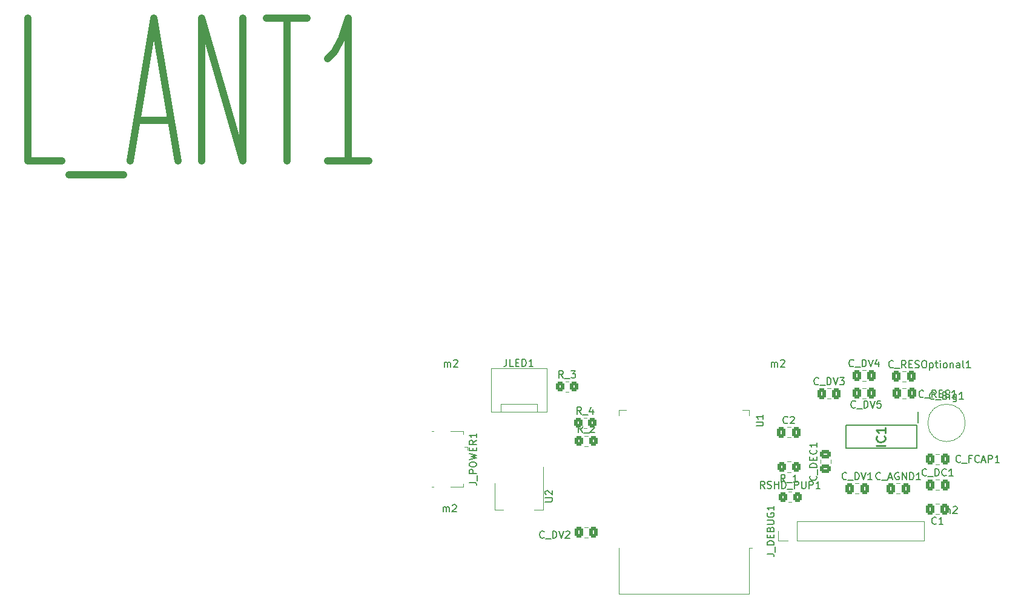
<source format=gto>
%TF.GenerationSoftware,KiCad,Pcbnew,(6.0.7)*%
%TF.CreationDate,2022-10-30T14:33:08-06:00*%
%TF.ProjectId,attiny_rfid_light,61747469-6e79-45f7-9266-69645f6c6967,rev?*%
%TF.SameCoordinates,Original*%
%TF.FileFunction,Legend,Top*%
%TF.FilePolarity,Positive*%
%FSLAX46Y46*%
G04 Gerber Fmt 4.6, Leading zero omitted, Abs format (unit mm)*
G04 Created by KiCad (PCBNEW (6.0.7)) date 2022-10-30 14:33:08*
%MOMM*%
%LPD*%
G01*
G04 APERTURE LIST*
G04 Aperture macros list*
%AMRoundRect*
0 Rectangle with rounded corners*
0 $1 Rounding radius*
0 $2 $3 $4 $5 $6 $7 $8 $9 X,Y pos of 4 corners*
0 Add a 4 corners polygon primitive as box body*
4,1,4,$2,$3,$4,$5,$6,$7,$8,$9,$2,$3,0*
0 Add four circle primitives for the rounded corners*
1,1,$1+$1,$2,$3*
1,1,$1+$1,$4,$5*
1,1,$1+$1,$6,$7*
1,1,$1+$1,$8,$9*
0 Add four rect primitives between the rounded corners*
20,1,$1+$1,$2,$3,$4,$5,0*
20,1,$1+$1,$4,$5,$6,$7,0*
20,1,$1+$1,$6,$7,$8,$9,0*
20,1,$1+$1,$8,$9,$2,$3,0*%
G04 Aperture macros list end*
%ADD10C,0.150000*%
%ADD11C,1.000000*%
%ADD12C,0.254000*%
%ADD13C,0.120000*%
%ADD14C,0.200000*%
%ADD15R,1.350000X0.400000*%
%ADD16O,1.900000X1.200000*%
%ADD17R,1.900000X1.200000*%
%ADD18C,1.450000*%
%ADD19R,1.900000X1.500000*%
%ADD20R,1.500000X2.000000*%
%ADD21R,3.800000X2.000000*%
%ADD22C,2.100000*%
%ADD23R,1.730000X2.030000*%
%ADD24O,1.730000X2.030000*%
%ADD25RoundRect,0.250000X-0.337500X-0.475000X0.337500X-0.475000X0.337500X0.475000X-0.337500X0.475000X0*%
%ADD26C,1.524000*%
%ADD27C,1.600000*%
%ADD28RoundRect,0.250000X-0.350000X-0.450000X0.350000X-0.450000X0.350000X0.450000X-0.350000X0.450000X0*%
%ADD29RoundRect,0.250000X0.350000X0.450000X-0.350000X0.450000X-0.350000X-0.450000X0.350000X-0.450000X0*%
%ADD30R,1.700000X1.700000*%
%ADD31O,1.700000X1.700000*%
%ADD32RoundRect,0.250000X0.475000X-0.337500X0.475000X0.337500X-0.475000X0.337500X-0.475000X-0.337500X0*%
%ADD33R,0.650000X1.550000*%
%ADD34RoundRect,0.250000X0.337500X0.475000X-0.337500X0.475000X-0.337500X-0.475000X0.337500X-0.475000X0*%
%ADD35R,2.000000X0.900000*%
%ADD36R,0.900000X2.000000*%
%ADD37R,5.000000X5.000000*%
G04 APERTURE END LIST*
D10*
X71144880Y-145501904D02*
X71859166Y-145501904D01*
X72002023Y-145549523D01*
X72097261Y-145644761D01*
X72144880Y-145787619D01*
X72144880Y-145882857D01*
X72240119Y-145263809D02*
X72240119Y-144501904D01*
X72144880Y-144263809D02*
X71144880Y-144263809D01*
X71144880Y-143882857D01*
X71192500Y-143787619D01*
X71240119Y-143740000D01*
X71335357Y-143692380D01*
X71478214Y-143692380D01*
X71573452Y-143740000D01*
X71621071Y-143787619D01*
X71668690Y-143882857D01*
X71668690Y-144263809D01*
X71144880Y-143073333D02*
X71144880Y-142882857D01*
X71192500Y-142787619D01*
X71287738Y-142692380D01*
X71478214Y-142644761D01*
X71811547Y-142644761D01*
X72002023Y-142692380D01*
X72097261Y-142787619D01*
X72144880Y-142882857D01*
X72144880Y-143073333D01*
X72097261Y-143168571D01*
X72002023Y-143263809D01*
X71811547Y-143311428D01*
X71478214Y-143311428D01*
X71287738Y-143263809D01*
X71192500Y-143168571D01*
X71144880Y-143073333D01*
X71144880Y-142311428D02*
X72144880Y-142073333D01*
X71430595Y-141882857D01*
X72144880Y-141692380D01*
X71144880Y-141454285D01*
X71621071Y-141073333D02*
X71621071Y-140740000D01*
X72144880Y-140597142D02*
X72144880Y-141073333D01*
X71144880Y-141073333D01*
X71144880Y-140597142D01*
X72144880Y-139597142D02*
X71668690Y-139930476D01*
X72144880Y-140168571D02*
X71144880Y-140168571D01*
X71144880Y-139787619D01*
X71192500Y-139692380D01*
X71240119Y-139644761D01*
X71335357Y-139597142D01*
X71478214Y-139597142D01*
X71573452Y-139644761D01*
X71621071Y-139692380D01*
X71668690Y-139787619D01*
X71668690Y-140168571D01*
X72144880Y-138644761D02*
X72144880Y-139216190D01*
X72144880Y-138930476D02*
X71144880Y-138930476D01*
X71287738Y-139025714D01*
X71382976Y-139120952D01*
X71430595Y-139216190D01*
X81773528Y-148196304D02*
X82583052Y-148196304D01*
X82678290Y-148148685D01*
X82725909Y-148101066D01*
X82773528Y-148005828D01*
X82773528Y-147815352D01*
X82725909Y-147720114D01*
X82678290Y-147672495D01*
X82583052Y-147624876D01*
X81773528Y-147624876D01*
X81868767Y-147196304D02*
X81821148Y-147148685D01*
X81773528Y-147053447D01*
X81773528Y-146815352D01*
X81821148Y-146720114D01*
X81868767Y-146672495D01*
X81964005Y-146624876D01*
X82059243Y-146624876D01*
X82202100Y-146672495D01*
X82773528Y-147243923D01*
X82773528Y-146624876D01*
X113395238Y-129332380D02*
X113395238Y-128665714D01*
X113395238Y-128760952D02*
X113442857Y-128713333D01*
X113538095Y-128665714D01*
X113680952Y-128665714D01*
X113776190Y-128713333D01*
X113823809Y-128808571D01*
X113823809Y-129332380D01*
X113823809Y-128808571D02*
X113871428Y-128713333D01*
X113966666Y-128665714D01*
X114109523Y-128665714D01*
X114204761Y-128713333D01*
X114252380Y-128808571D01*
X114252380Y-129332380D01*
X114680952Y-128427619D02*
X114728571Y-128380000D01*
X114823809Y-128332380D01*
X115061904Y-128332380D01*
X115157142Y-128380000D01*
X115204761Y-128427619D01*
X115252380Y-128522857D01*
X115252380Y-128618095D01*
X115204761Y-128760952D01*
X114633333Y-129332380D01*
X115252380Y-129332380D01*
X76351923Y-128246780D02*
X76351923Y-128961066D01*
X76304304Y-129103923D01*
X76209066Y-129199161D01*
X76066209Y-129246780D01*
X75970971Y-129246780D01*
X77304304Y-129246780D02*
X76828114Y-129246780D01*
X76828114Y-128246780D01*
X77637638Y-128722971D02*
X77970971Y-128722971D01*
X78113828Y-129246780D02*
X77637638Y-129246780D01*
X77637638Y-128246780D01*
X78113828Y-128246780D01*
X78542400Y-129246780D02*
X78542400Y-128246780D01*
X78780495Y-128246780D01*
X78923352Y-128294400D01*
X79018590Y-128389638D01*
X79066209Y-128484876D01*
X79113828Y-128675352D01*
X79113828Y-128818209D01*
X79066209Y-129008685D01*
X79018590Y-129103923D01*
X78923352Y-129199161D01*
X78780495Y-129246780D01*
X78542400Y-129246780D01*
X80066209Y-129246780D02*
X79494780Y-129246780D01*
X79780495Y-129246780D02*
X79780495Y-128246780D01*
X79685257Y-128389638D01*
X79590019Y-128484876D01*
X79494780Y-128532495D01*
X67675238Y-129332380D02*
X67675238Y-128665714D01*
X67675238Y-128760952D02*
X67722857Y-128713333D01*
X67818095Y-128665714D01*
X67960952Y-128665714D01*
X68056190Y-128713333D01*
X68103809Y-128808571D01*
X68103809Y-129332380D01*
X68103809Y-128808571D02*
X68151428Y-128713333D01*
X68246666Y-128665714D01*
X68389523Y-128665714D01*
X68484761Y-128713333D01*
X68532380Y-128808571D01*
X68532380Y-129332380D01*
X68960952Y-128427619D02*
X69008571Y-128380000D01*
X69103809Y-128332380D01*
X69341904Y-128332380D01*
X69437142Y-128380000D01*
X69484761Y-128427619D01*
X69532380Y-128522857D01*
X69532380Y-128618095D01*
X69484761Y-128760952D01*
X68913333Y-129332380D01*
X69532380Y-129332380D01*
X115662133Y-137159442D02*
X115614514Y-137207061D01*
X115471657Y-137254680D01*
X115376419Y-137254680D01*
X115233561Y-137207061D01*
X115138323Y-137111823D01*
X115090704Y-137016585D01*
X115043085Y-136826109D01*
X115043085Y-136683252D01*
X115090704Y-136492776D01*
X115138323Y-136397538D01*
X115233561Y-136302300D01*
X115376419Y-136254680D01*
X115471657Y-136254680D01*
X115614514Y-136302300D01*
X115662133Y-136349919D01*
X116043085Y-136349919D02*
X116090704Y-136302300D01*
X116185942Y-136254680D01*
X116424038Y-136254680D01*
X116519276Y-136302300D01*
X116566895Y-136349919D01*
X116614514Y-136445157D01*
X116614514Y-136540395D01*
X116566895Y-136683252D01*
X115995466Y-137254680D01*
X116614514Y-137254680D01*
X135083180Y-144502242D02*
X135035561Y-144549861D01*
X134892704Y-144597480D01*
X134797466Y-144597480D01*
X134654609Y-144549861D01*
X134559371Y-144454623D01*
X134511752Y-144359385D01*
X134464133Y-144168909D01*
X134464133Y-144026052D01*
X134511752Y-143835576D01*
X134559371Y-143740338D01*
X134654609Y-143645100D01*
X134797466Y-143597480D01*
X134892704Y-143597480D01*
X135035561Y-143645100D01*
X135083180Y-143692719D01*
X135273657Y-144692719D02*
X136035561Y-144692719D01*
X136273657Y-144597480D02*
X136273657Y-143597480D01*
X136511752Y-143597480D01*
X136654609Y-143645100D01*
X136749847Y-143740338D01*
X136797466Y-143835576D01*
X136845085Y-144026052D01*
X136845085Y-144168909D01*
X136797466Y-144359385D01*
X136749847Y-144454623D01*
X136654609Y-144549861D01*
X136511752Y-144597480D01*
X136273657Y-144597480D01*
X137845085Y-144502242D02*
X137797466Y-144549861D01*
X137654609Y-144597480D01*
X137559371Y-144597480D01*
X137416514Y-144549861D01*
X137321276Y-144454623D01*
X137273657Y-144359385D01*
X137226038Y-144168909D01*
X137226038Y-144026052D01*
X137273657Y-143835576D01*
X137321276Y-143740338D01*
X137416514Y-143645100D01*
X137559371Y-143597480D01*
X137654609Y-143597480D01*
X137797466Y-143645100D01*
X137845085Y-143692719D01*
X138797466Y-144597480D02*
X138226038Y-144597480D01*
X138511752Y-144597480D02*
X138511752Y-143597480D01*
X138416514Y-143740338D01*
X138321276Y-143835576D01*
X138226038Y-143883195D01*
D11*
X14210476Y-100487619D02*
X9448571Y-100487619D01*
X9448571Y-80487619D01*
X15162857Y-102392380D02*
X22781904Y-102392380D01*
X24686666Y-94773333D02*
X29448571Y-94773333D01*
X23734285Y-100487619D02*
X27067619Y-80487619D01*
X30400952Y-100487619D01*
X33734285Y-100487619D02*
X33734285Y-80487619D01*
X39448571Y-100487619D01*
X39448571Y-80487619D01*
X42781904Y-80487619D02*
X48496190Y-80487619D01*
X45639047Y-100487619D02*
X45639047Y-80487619D01*
X57067619Y-100487619D02*
X51353333Y-100487619D01*
X54210476Y-100487619D02*
X54210476Y-80487619D01*
X53258095Y-83344761D01*
X52305714Y-85249523D01*
X51353333Y-86201904D01*
D10*
X123895609Y-145013642D02*
X123847990Y-145061261D01*
X123705133Y-145108880D01*
X123609895Y-145108880D01*
X123467038Y-145061261D01*
X123371800Y-144966023D01*
X123324180Y-144870785D01*
X123276561Y-144680309D01*
X123276561Y-144537452D01*
X123324180Y-144346976D01*
X123371800Y-144251738D01*
X123467038Y-144156500D01*
X123609895Y-144108880D01*
X123705133Y-144108880D01*
X123847990Y-144156500D01*
X123895609Y-144204119D01*
X124086085Y-145204119D02*
X124847990Y-145204119D01*
X125086085Y-145108880D02*
X125086085Y-144108880D01*
X125324180Y-144108880D01*
X125467038Y-144156500D01*
X125562276Y-144251738D01*
X125609895Y-144346976D01*
X125657514Y-144537452D01*
X125657514Y-144680309D01*
X125609895Y-144870785D01*
X125562276Y-144966023D01*
X125467038Y-145061261D01*
X125324180Y-145108880D01*
X125086085Y-145108880D01*
X125943228Y-144108880D02*
X126276561Y-145108880D01*
X126609895Y-144108880D01*
X127467038Y-145108880D02*
X126895609Y-145108880D01*
X127181323Y-145108880D02*
X127181323Y-144108880D01*
X127086085Y-144251738D01*
X126990847Y-144346976D01*
X126895609Y-144394595D01*
X125135861Y-134977185D02*
X125088242Y-135024804D01*
X124945385Y-135072423D01*
X124850147Y-135072423D01*
X124707290Y-135024804D01*
X124612052Y-134929566D01*
X124564432Y-134834328D01*
X124516813Y-134643852D01*
X124516813Y-134500995D01*
X124564432Y-134310519D01*
X124612052Y-134215281D01*
X124707290Y-134120043D01*
X124850147Y-134072423D01*
X124945385Y-134072423D01*
X125088242Y-134120043D01*
X125135861Y-134167662D01*
X125326337Y-135167662D02*
X126088242Y-135167662D01*
X126326337Y-135072423D02*
X126326337Y-134072423D01*
X126564432Y-134072423D01*
X126707290Y-134120043D01*
X126802528Y-134215281D01*
X126850147Y-134310519D01*
X126897766Y-134500995D01*
X126897766Y-134643852D01*
X126850147Y-134834328D01*
X126802528Y-134929566D01*
X126707290Y-135024804D01*
X126564432Y-135072423D01*
X126326337Y-135072423D01*
X127183480Y-134072423D02*
X127516813Y-135072423D01*
X127850147Y-134072423D01*
X128659671Y-134072423D02*
X128183480Y-134072423D01*
X128135861Y-134548614D01*
X128183480Y-134500995D01*
X128278718Y-134453376D01*
X128516813Y-134453376D01*
X128612052Y-134500995D01*
X128659671Y-134548614D01*
X128707290Y-134643852D01*
X128707290Y-134881947D01*
X128659671Y-134977185D01*
X128612052Y-135024804D01*
X128516813Y-135072423D01*
X128278718Y-135072423D01*
X128183480Y-135024804D01*
X128135861Y-134977185D01*
X81613217Y-153219083D02*
X81565598Y-153266702D01*
X81422741Y-153314321D01*
X81327503Y-153314321D01*
X81184646Y-153266702D01*
X81089408Y-153171464D01*
X81041788Y-153076226D01*
X80994169Y-152885750D01*
X80994169Y-152742893D01*
X81041788Y-152552417D01*
X81089408Y-152457179D01*
X81184646Y-152361941D01*
X81327503Y-152314321D01*
X81422741Y-152314321D01*
X81565598Y-152361941D01*
X81613217Y-152409560D01*
X81803693Y-153409560D02*
X82565598Y-153409560D01*
X82803693Y-153314321D02*
X82803693Y-152314321D01*
X83041788Y-152314321D01*
X83184646Y-152361941D01*
X83279884Y-152457179D01*
X83327503Y-152552417D01*
X83375122Y-152742893D01*
X83375122Y-152885750D01*
X83327503Y-153076226D01*
X83279884Y-153171464D01*
X83184646Y-153266702D01*
X83041788Y-153314321D01*
X82803693Y-153314321D01*
X83660836Y-152314321D02*
X83994169Y-153314321D01*
X84327503Y-152314321D01*
X84613217Y-152409560D02*
X84660836Y-152361941D01*
X84756074Y-152314321D01*
X84994169Y-152314321D01*
X85089408Y-152361941D01*
X85137027Y-152409560D01*
X85184646Y-152504798D01*
X85184646Y-152600036D01*
X85137027Y-152742893D01*
X84565598Y-153314321D01*
X85184646Y-153314321D01*
X139835282Y-142597142D02*
X139787663Y-142644761D01*
X139644805Y-142692380D01*
X139549567Y-142692380D01*
X139406710Y-142644761D01*
X139311472Y-142549523D01*
X139263853Y-142454285D01*
X139216234Y-142263809D01*
X139216234Y-142120952D01*
X139263853Y-141930476D01*
X139311472Y-141835238D01*
X139406710Y-141740000D01*
X139549567Y-141692380D01*
X139644805Y-141692380D01*
X139787663Y-141740000D01*
X139835282Y-141787619D01*
X140025758Y-142787619D02*
X140787663Y-142787619D01*
X141359091Y-142168571D02*
X141025758Y-142168571D01*
X141025758Y-142692380D02*
X141025758Y-141692380D01*
X141501948Y-141692380D01*
X142454329Y-142597142D02*
X142406710Y-142644761D01*
X142263853Y-142692380D01*
X142168615Y-142692380D01*
X142025758Y-142644761D01*
X141930520Y-142549523D01*
X141882901Y-142454285D01*
X141835282Y-142263809D01*
X141835282Y-142120952D01*
X141882901Y-141930476D01*
X141930520Y-141835238D01*
X142025758Y-141740000D01*
X142168615Y-141692380D01*
X142263853Y-141692380D01*
X142406710Y-141740000D01*
X142454329Y-141787619D01*
X142835282Y-142406666D02*
X143311472Y-142406666D01*
X142740044Y-142692380D02*
X143073377Y-141692380D01*
X143406710Y-142692380D01*
X143740044Y-142692380D02*
X143740044Y-141692380D01*
X144120996Y-141692380D01*
X144216234Y-141740000D01*
X144263853Y-141787619D01*
X144311472Y-141882857D01*
X144311472Y-142025714D01*
X144263853Y-142120952D01*
X144216234Y-142168571D01*
X144120996Y-142216190D01*
X143740044Y-142216190D01*
X145263853Y-142692380D02*
X144692424Y-142692380D01*
X144978139Y-142692380D02*
X144978139Y-141692380D01*
X144882901Y-141835238D01*
X144787663Y-141930476D01*
X144692424Y-141978095D01*
X137515645Y-149851427D02*
X137515645Y-149184761D01*
X137515645Y-149279999D02*
X137563264Y-149232380D01*
X137658502Y-149184761D01*
X137801359Y-149184761D01*
X137896597Y-149232380D01*
X137944216Y-149327618D01*
X137944216Y-149851427D01*
X137944216Y-149327618D02*
X137991835Y-149232380D01*
X138087073Y-149184761D01*
X138229930Y-149184761D01*
X138325168Y-149232380D01*
X138372787Y-149327618D01*
X138372787Y-149851427D01*
X138801359Y-148946666D02*
X138848978Y-148899047D01*
X138944216Y-148851427D01*
X139182311Y-148851427D01*
X139277549Y-148899047D01*
X139325168Y-148946666D01*
X139372787Y-149041904D01*
X139372787Y-149137142D01*
X139325168Y-149279999D01*
X138753740Y-149851427D01*
X139372787Y-149851427D01*
X136143004Y-133767142D02*
X136095385Y-133814761D01*
X135952528Y-133862380D01*
X135857290Y-133862380D01*
X135714433Y-133814761D01*
X135619195Y-133719523D01*
X135571576Y-133624285D01*
X135523957Y-133433809D01*
X135523957Y-133290952D01*
X135571576Y-133100476D01*
X135619195Y-133005238D01*
X135714433Y-132910000D01*
X135857290Y-132862380D01*
X135952528Y-132862380D01*
X136095385Y-132910000D01*
X136143004Y-132957619D01*
X136333480Y-133957619D02*
X137095385Y-133957619D01*
X137666814Y-133338571D02*
X137809671Y-133386190D01*
X137857290Y-133433809D01*
X137904909Y-133529047D01*
X137904909Y-133671904D01*
X137857290Y-133767142D01*
X137809671Y-133814761D01*
X137714433Y-133862380D01*
X137333480Y-133862380D01*
X137333480Y-132862380D01*
X137666814Y-132862380D01*
X137762052Y-132910000D01*
X137809671Y-132957619D01*
X137857290Y-133052857D01*
X137857290Y-133148095D01*
X137809671Y-133243333D01*
X137762052Y-133290952D01*
X137666814Y-133338571D01*
X137333480Y-133338571D01*
X138333480Y-133862380D02*
X138333480Y-133195714D01*
X138333480Y-132862380D02*
X138285861Y-132910000D01*
X138333480Y-132957619D01*
X138381100Y-132910000D01*
X138333480Y-132862380D01*
X138333480Y-132957619D01*
X139238242Y-133195714D02*
X139238242Y-134005238D01*
X139190623Y-134100476D01*
X139143004Y-134148095D01*
X139047766Y-134195714D01*
X138904909Y-134195714D01*
X138809671Y-134148095D01*
X139238242Y-133814761D02*
X139143004Y-133862380D01*
X138952528Y-133862380D01*
X138857290Y-133814761D01*
X138809671Y-133767142D01*
X138762052Y-133671904D01*
X138762052Y-133386190D01*
X138809671Y-133290952D01*
X138857290Y-133243333D01*
X138952528Y-133195714D01*
X139143004Y-133195714D01*
X139238242Y-133243333D01*
X140238242Y-133862380D02*
X139666814Y-133862380D01*
X139952528Y-133862380D02*
X139952528Y-132862380D01*
X139857290Y-133005238D01*
X139762052Y-133100476D01*
X139666814Y-133148095D01*
X86947480Y-138502380D02*
X86614147Y-138026190D01*
X86376052Y-138502380D02*
X86376052Y-137502380D01*
X86757004Y-137502380D01*
X86852242Y-137550000D01*
X86899861Y-137597619D01*
X86947480Y-137692857D01*
X86947480Y-137835714D01*
X86899861Y-137930952D01*
X86852242Y-137978571D01*
X86757004Y-138026190D01*
X86376052Y-138026190D01*
X87137957Y-138597619D02*
X87899861Y-138597619D01*
X88090338Y-137597619D02*
X88137957Y-137550000D01*
X88233195Y-137502380D01*
X88471290Y-137502380D01*
X88566528Y-137550000D01*
X88614147Y-137597619D01*
X88661766Y-137692857D01*
X88661766Y-137788095D01*
X88614147Y-137930952D01*
X88042719Y-138502380D01*
X88661766Y-138502380D01*
X115299480Y-145418680D02*
X114966147Y-144942490D01*
X114728052Y-145418680D02*
X114728052Y-144418680D01*
X115109004Y-144418680D01*
X115204242Y-144466300D01*
X115251861Y-144513919D01*
X115299480Y-144609157D01*
X115299480Y-144752014D01*
X115251861Y-144847252D01*
X115204242Y-144894871D01*
X115109004Y-144942490D01*
X114728052Y-144942490D01*
X115489957Y-145513919D02*
X116251861Y-145513919D01*
X117013766Y-145418680D02*
X116442338Y-145418680D01*
X116728052Y-145418680D02*
X116728052Y-144418680D01*
X116632814Y-144561538D01*
X116537576Y-144656776D01*
X116442338Y-144704395D01*
X112780980Y-155504176D02*
X113495266Y-155504176D01*
X113638123Y-155551795D01*
X113733361Y-155647033D01*
X113780980Y-155789890D01*
X113780980Y-155885128D01*
X113876219Y-155266080D02*
X113876219Y-154504176D01*
X113780980Y-154266080D02*
X112780980Y-154266080D01*
X112780980Y-154027985D01*
X112828600Y-153885128D01*
X112923838Y-153789890D01*
X113019076Y-153742271D01*
X113209552Y-153694652D01*
X113352409Y-153694652D01*
X113542885Y-153742271D01*
X113638123Y-153789890D01*
X113733361Y-153885128D01*
X113780980Y-154027985D01*
X113780980Y-154266080D01*
X113257171Y-153266080D02*
X113257171Y-152932747D01*
X113780980Y-152789890D02*
X113780980Y-153266080D01*
X112780980Y-153266080D01*
X112780980Y-152789890D01*
X113257171Y-152027985D02*
X113304790Y-151885128D01*
X113352409Y-151837509D01*
X113447647Y-151789890D01*
X113590504Y-151789890D01*
X113685742Y-151837509D01*
X113733361Y-151885128D01*
X113780980Y-151980366D01*
X113780980Y-152361319D01*
X112780980Y-152361319D01*
X112780980Y-152027985D01*
X112828600Y-151932747D01*
X112876219Y-151885128D01*
X112971457Y-151837509D01*
X113066695Y-151837509D01*
X113161933Y-151885128D01*
X113209552Y-151932747D01*
X113257171Y-152027985D01*
X113257171Y-152361319D01*
X112780980Y-151361319D02*
X113590504Y-151361319D01*
X113685742Y-151313700D01*
X113733361Y-151266080D01*
X113780980Y-151170842D01*
X113780980Y-150980366D01*
X113733361Y-150885128D01*
X113685742Y-150837509D01*
X113590504Y-150789890D01*
X112780980Y-150789890D01*
X112828600Y-149789890D02*
X112780980Y-149885128D01*
X112780980Y-150027985D01*
X112828600Y-150170842D01*
X112923838Y-150266080D01*
X113019076Y-150313700D01*
X113209552Y-150361319D01*
X113352409Y-150361319D01*
X113542885Y-150313700D01*
X113638123Y-150266080D01*
X113733361Y-150170842D01*
X113780980Y-150027985D01*
X113780980Y-149932747D01*
X113733361Y-149789890D01*
X113685742Y-149742271D01*
X113352409Y-149742271D01*
X113352409Y-149932747D01*
X113780980Y-148789890D02*
X113780980Y-149361319D01*
X113780980Y-149075604D02*
X112780980Y-149075604D01*
X112923838Y-149170842D01*
X113019076Y-149266080D01*
X113066695Y-149361319D01*
X119976909Y-131737742D02*
X119929290Y-131785361D01*
X119786433Y-131832980D01*
X119691195Y-131832980D01*
X119548338Y-131785361D01*
X119453100Y-131690123D01*
X119405480Y-131594885D01*
X119357861Y-131404409D01*
X119357861Y-131261552D01*
X119405480Y-131071076D01*
X119453100Y-130975838D01*
X119548338Y-130880600D01*
X119691195Y-130832980D01*
X119786433Y-130832980D01*
X119929290Y-130880600D01*
X119976909Y-130928219D01*
X120167385Y-131928219D02*
X120929290Y-131928219D01*
X121167385Y-131832980D02*
X121167385Y-130832980D01*
X121405480Y-130832980D01*
X121548338Y-130880600D01*
X121643576Y-130975838D01*
X121691195Y-131071076D01*
X121738814Y-131261552D01*
X121738814Y-131404409D01*
X121691195Y-131594885D01*
X121643576Y-131690123D01*
X121548338Y-131785361D01*
X121405480Y-131832980D01*
X121167385Y-131832980D01*
X122024528Y-130832980D02*
X122357861Y-131832980D01*
X122691195Y-130832980D01*
X122929290Y-130832980D02*
X123548338Y-130832980D01*
X123215004Y-131213933D01*
X123357861Y-131213933D01*
X123453100Y-131261552D01*
X123500719Y-131309171D01*
X123548338Y-131404409D01*
X123548338Y-131642504D01*
X123500719Y-131737742D01*
X123453100Y-131785361D01*
X123357861Y-131832980D01*
X123072147Y-131832980D01*
X122976909Y-131785361D01*
X122929290Y-131737742D01*
X112438271Y-146340780D02*
X112104938Y-145864590D01*
X111866842Y-146340780D02*
X111866842Y-145340780D01*
X112247795Y-145340780D01*
X112343033Y-145388400D01*
X112390652Y-145436019D01*
X112438271Y-145531257D01*
X112438271Y-145674114D01*
X112390652Y-145769352D01*
X112343033Y-145816971D01*
X112247795Y-145864590D01*
X111866842Y-145864590D01*
X112819223Y-146293161D02*
X112962080Y-146340780D01*
X113200176Y-146340780D01*
X113295414Y-146293161D01*
X113343033Y-146245542D01*
X113390652Y-146150304D01*
X113390652Y-146055066D01*
X113343033Y-145959828D01*
X113295414Y-145912209D01*
X113200176Y-145864590D01*
X113009700Y-145816971D01*
X112914461Y-145769352D01*
X112866842Y-145721733D01*
X112819223Y-145626495D01*
X112819223Y-145531257D01*
X112866842Y-145436019D01*
X112914461Y-145388400D01*
X113009700Y-145340780D01*
X113247795Y-145340780D01*
X113390652Y-145388400D01*
X113819223Y-146340780D02*
X113819223Y-145340780D01*
X113819223Y-145816971D02*
X114390652Y-145816971D01*
X114390652Y-146340780D02*
X114390652Y-145340780D01*
X114866842Y-146340780D02*
X114866842Y-145340780D01*
X115104938Y-145340780D01*
X115247795Y-145388400D01*
X115343033Y-145483638D01*
X115390652Y-145578876D01*
X115438271Y-145769352D01*
X115438271Y-145912209D01*
X115390652Y-146102685D01*
X115343033Y-146197923D01*
X115247795Y-146293161D01*
X115104938Y-146340780D01*
X114866842Y-146340780D01*
X115628747Y-146436019D02*
X116390652Y-146436019D01*
X116628747Y-146340780D02*
X116628747Y-145340780D01*
X117009700Y-145340780D01*
X117104938Y-145388400D01*
X117152557Y-145436019D01*
X117200176Y-145531257D01*
X117200176Y-145674114D01*
X117152557Y-145769352D01*
X117104938Y-145816971D01*
X117009700Y-145864590D01*
X116628747Y-145864590D01*
X117628747Y-145340780D02*
X117628747Y-146150304D01*
X117676366Y-146245542D01*
X117723985Y-146293161D01*
X117819223Y-146340780D01*
X118009700Y-146340780D01*
X118104938Y-146293161D01*
X118152557Y-146245542D01*
X118200176Y-146150304D01*
X118200176Y-145340780D01*
X118676366Y-146340780D02*
X118676366Y-145340780D01*
X119057319Y-145340780D01*
X119152557Y-145388400D01*
X119200176Y-145436019D01*
X119247795Y-145531257D01*
X119247795Y-145674114D01*
X119200176Y-145769352D01*
X119152557Y-145816971D01*
X119057319Y-145864590D01*
X118676366Y-145864590D01*
X120200176Y-146340780D02*
X119628747Y-146340780D01*
X119914461Y-146340780D02*
X119914461Y-145340780D01*
X119819223Y-145483638D01*
X119723985Y-145578876D01*
X119628747Y-145626495D01*
X124877309Y-129204742D02*
X124829690Y-129252361D01*
X124686833Y-129299980D01*
X124591595Y-129299980D01*
X124448738Y-129252361D01*
X124353500Y-129157123D01*
X124305880Y-129061885D01*
X124258261Y-128871409D01*
X124258261Y-128728552D01*
X124305880Y-128538076D01*
X124353500Y-128442838D01*
X124448738Y-128347600D01*
X124591595Y-128299980D01*
X124686833Y-128299980D01*
X124829690Y-128347600D01*
X124877309Y-128395219D01*
X125067785Y-129395219D02*
X125829690Y-129395219D01*
X126067785Y-129299980D02*
X126067785Y-128299980D01*
X126305880Y-128299980D01*
X126448738Y-128347600D01*
X126543976Y-128442838D01*
X126591595Y-128538076D01*
X126639214Y-128728552D01*
X126639214Y-128871409D01*
X126591595Y-129061885D01*
X126543976Y-129157123D01*
X126448738Y-129252361D01*
X126305880Y-129299980D01*
X126067785Y-129299980D01*
X126924928Y-128299980D02*
X127258261Y-129299980D01*
X127591595Y-128299980D01*
X128353500Y-128633314D02*
X128353500Y-129299980D01*
X128115404Y-128252361D02*
X127877309Y-128966647D01*
X128496357Y-128966647D01*
X119643242Y-144582000D02*
X119690861Y-144629619D01*
X119738480Y-144772476D01*
X119738480Y-144867714D01*
X119690861Y-145010571D01*
X119595623Y-145105809D01*
X119500385Y-145153428D01*
X119309909Y-145201047D01*
X119167052Y-145201047D01*
X118976576Y-145153428D01*
X118881338Y-145105809D01*
X118786100Y-145010571D01*
X118738480Y-144867714D01*
X118738480Y-144772476D01*
X118786100Y-144629619D01*
X118833719Y-144582000D01*
X119833719Y-144391523D02*
X119833719Y-143629619D01*
X119738480Y-143391523D02*
X118738480Y-143391523D01*
X118738480Y-143153428D01*
X118786100Y-143010571D01*
X118881338Y-142915333D01*
X118976576Y-142867714D01*
X119167052Y-142820095D01*
X119309909Y-142820095D01*
X119500385Y-142867714D01*
X119595623Y-142915333D01*
X119690861Y-143010571D01*
X119738480Y-143153428D01*
X119738480Y-143391523D01*
X119214671Y-142391523D02*
X119214671Y-142058190D01*
X119738480Y-141915333D02*
X119738480Y-142391523D01*
X118738480Y-142391523D01*
X118738480Y-141915333D01*
X119643242Y-140915333D02*
X119690861Y-140962952D01*
X119738480Y-141105809D01*
X119738480Y-141201047D01*
X119690861Y-141343904D01*
X119595623Y-141439142D01*
X119500385Y-141486761D01*
X119309909Y-141534380D01*
X119167052Y-141534380D01*
X118976576Y-141486761D01*
X118881338Y-141439142D01*
X118786100Y-141343904D01*
X118738480Y-141201047D01*
X118738480Y-141105809D01*
X118786100Y-140962952D01*
X118833719Y-140915333D01*
X119738480Y-139962952D02*
X119738480Y-140534380D01*
X119738480Y-140248666D02*
X118738480Y-140248666D01*
X118881338Y-140343904D01*
X118976576Y-140439142D01*
X119024195Y-140534380D01*
X67495713Y-149611033D02*
X67495713Y-148944367D01*
X67495713Y-149039605D02*
X67543332Y-148991986D01*
X67638570Y-148944367D01*
X67781427Y-148944367D01*
X67876665Y-148991986D01*
X67924284Y-149087224D01*
X67924284Y-149611033D01*
X67924284Y-149087224D02*
X67971903Y-148991986D01*
X68067141Y-148944367D01*
X68209998Y-148944367D01*
X68305236Y-148991986D01*
X68352855Y-149087224D01*
X68352855Y-149611033D01*
X68781427Y-148706272D02*
X68829046Y-148658653D01*
X68924284Y-148611033D01*
X69162379Y-148611033D01*
X69257617Y-148658653D01*
X69305236Y-148706272D01*
X69352855Y-148801510D01*
X69352855Y-148896748D01*
X69305236Y-149039605D01*
X68733808Y-149611033D01*
X69352855Y-149611033D01*
X130434080Y-129354908D02*
X130386461Y-129402527D01*
X130243604Y-129450146D01*
X130148366Y-129450146D01*
X130005509Y-129402527D01*
X129910271Y-129307289D01*
X129862652Y-129212051D01*
X129815033Y-129021575D01*
X129815033Y-128878718D01*
X129862652Y-128688242D01*
X129910271Y-128593004D01*
X130005509Y-128497766D01*
X130148366Y-128450146D01*
X130243604Y-128450146D01*
X130386461Y-128497766D01*
X130434080Y-128545385D01*
X130624557Y-129545385D02*
X131386461Y-129545385D01*
X132195985Y-129450146D02*
X131862652Y-128973956D01*
X131624557Y-129450146D02*
X131624557Y-128450146D01*
X132005509Y-128450146D01*
X132100747Y-128497766D01*
X132148366Y-128545385D01*
X132195985Y-128640623D01*
X132195985Y-128783480D01*
X132148366Y-128878718D01*
X132100747Y-128926337D01*
X132005509Y-128973956D01*
X131624557Y-128973956D01*
X132624557Y-128926337D02*
X132957890Y-128926337D01*
X133100747Y-129450146D02*
X132624557Y-129450146D01*
X132624557Y-128450146D01*
X133100747Y-128450146D01*
X133481699Y-129402527D02*
X133624557Y-129450146D01*
X133862652Y-129450146D01*
X133957890Y-129402527D01*
X134005509Y-129354908D01*
X134053128Y-129259670D01*
X134053128Y-129164432D01*
X134005509Y-129069194D01*
X133957890Y-129021575D01*
X133862652Y-128973956D01*
X133672176Y-128926337D01*
X133576938Y-128878718D01*
X133529319Y-128831099D01*
X133481699Y-128735861D01*
X133481699Y-128640623D01*
X133529319Y-128545385D01*
X133576938Y-128497766D01*
X133672176Y-128450146D01*
X133910271Y-128450146D01*
X134053128Y-128497766D01*
X134672176Y-128450146D02*
X134862652Y-128450146D01*
X134957890Y-128497766D01*
X135053128Y-128593004D01*
X135100747Y-128783480D01*
X135100747Y-129116813D01*
X135053128Y-129307289D01*
X134957890Y-129402527D01*
X134862652Y-129450146D01*
X134672176Y-129450146D01*
X134576938Y-129402527D01*
X134481699Y-129307289D01*
X134434080Y-129116813D01*
X134434080Y-128783480D01*
X134481699Y-128593004D01*
X134576938Y-128497766D01*
X134672176Y-128450146D01*
X135529319Y-128783480D02*
X135529319Y-129783480D01*
X135529319Y-128831099D02*
X135624557Y-128783480D01*
X135815033Y-128783480D01*
X135910271Y-128831099D01*
X135957890Y-128878718D01*
X136005509Y-128973956D01*
X136005509Y-129259670D01*
X135957890Y-129354908D01*
X135910271Y-129402527D01*
X135815033Y-129450146D01*
X135624557Y-129450146D01*
X135529319Y-129402527D01*
X136291223Y-128783480D02*
X136672176Y-128783480D01*
X136434080Y-128450146D02*
X136434080Y-129307289D01*
X136481699Y-129402527D01*
X136576938Y-129450146D01*
X136672176Y-129450146D01*
X137005509Y-129450146D02*
X137005509Y-128783480D01*
X137005509Y-128450146D02*
X136957890Y-128497766D01*
X137005509Y-128545385D01*
X137053128Y-128497766D01*
X137005509Y-128450146D01*
X137005509Y-128545385D01*
X137624557Y-129450146D02*
X137529319Y-129402527D01*
X137481699Y-129354908D01*
X137434080Y-129259670D01*
X137434080Y-128973956D01*
X137481699Y-128878718D01*
X137529319Y-128831099D01*
X137624557Y-128783480D01*
X137767414Y-128783480D01*
X137862652Y-128831099D01*
X137910271Y-128878718D01*
X137957890Y-128973956D01*
X137957890Y-129259670D01*
X137910271Y-129354908D01*
X137862652Y-129402527D01*
X137767414Y-129450146D01*
X137624557Y-129450146D01*
X138386461Y-128783480D02*
X138386461Y-129450146D01*
X138386461Y-128878718D02*
X138434080Y-128831099D01*
X138529319Y-128783480D01*
X138672176Y-128783480D01*
X138767414Y-128831099D01*
X138815033Y-128926337D01*
X138815033Y-129450146D01*
X139719795Y-129450146D02*
X139719795Y-128926337D01*
X139672176Y-128831099D01*
X139576938Y-128783480D01*
X139386461Y-128783480D01*
X139291223Y-128831099D01*
X139719795Y-129402527D02*
X139624557Y-129450146D01*
X139386461Y-129450146D01*
X139291223Y-129402527D01*
X139243604Y-129307289D01*
X139243604Y-129212051D01*
X139291223Y-129116813D01*
X139386461Y-129069194D01*
X139624557Y-129069194D01*
X139719795Y-129021575D01*
X140338842Y-129450146D02*
X140243604Y-129402527D01*
X140195985Y-129307289D01*
X140195985Y-128450146D01*
X141243604Y-129450146D02*
X140672176Y-129450146D01*
X140957890Y-129450146D02*
X140957890Y-128450146D01*
X140862652Y-128593004D01*
X140767414Y-128688242D01*
X140672176Y-128735861D01*
D12*
X129313023Y-140361761D02*
X128043023Y-140361761D01*
X129192071Y-139031285D02*
X129252547Y-139091761D01*
X129313023Y-139273190D01*
X129313023Y-139394142D01*
X129252547Y-139575571D01*
X129131595Y-139696523D01*
X129010642Y-139757000D01*
X128768738Y-139817476D01*
X128587309Y-139817476D01*
X128345404Y-139757000D01*
X128224452Y-139696523D01*
X128103500Y-139575571D01*
X128043023Y-139394142D01*
X128043023Y-139273190D01*
X128103500Y-139091761D01*
X128163976Y-139031285D01*
X129313023Y-137821761D02*
X129313023Y-138547476D01*
X129313023Y-138184619D02*
X128043023Y-138184619D01*
X128224452Y-138305571D01*
X128345404Y-138426523D01*
X128405880Y-138547476D01*
D10*
X136443133Y-151250942D02*
X136395514Y-151298561D01*
X136252657Y-151346180D01*
X136157419Y-151346180D01*
X136014561Y-151298561D01*
X135919323Y-151203323D01*
X135871704Y-151108085D01*
X135824085Y-150917609D01*
X135824085Y-150774752D01*
X135871704Y-150584276D01*
X135919323Y-150489038D01*
X136014561Y-150393800D01*
X136157419Y-150346180D01*
X136252657Y-150346180D01*
X136395514Y-150393800D01*
X136443133Y-150441419D01*
X137395514Y-151346180D02*
X136824085Y-151346180D01*
X137109800Y-151346180D02*
X137109800Y-150346180D01*
X137014561Y-150489038D01*
X136919323Y-150584276D01*
X136824085Y-150631895D01*
X128626400Y-145013642D02*
X128578780Y-145061261D01*
X128435923Y-145108880D01*
X128340685Y-145108880D01*
X128197828Y-145061261D01*
X128102590Y-144966023D01*
X128054971Y-144870785D01*
X128007352Y-144680309D01*
X128007352Y-144537452D01*
X128054971Y-144346976D01*
X128102590Y-144251738D01*
X128197828Y-144156500D01*
X128340685Y-144108880D01*
X128435923Y-144108880D01*
X128578780Y-144156500D01*
X128626400Y-144204119D01*
X128816876Y-145204119D02*
X129578780Y-145204119D01*
X129769257Y-144823166D02*
X130245447Y-144823166D01*
X129674019Y-145108880D02*
X130007352Y-144108880D01*
X130340685Y-145108880D01*
X131197828Y-144156500D02*
X131102590Y-144108880D01*
X130959733Y-144108880D01*
X130816876Y-144156500D01*
X130721638Y-144251738D01*
X130674019Y-144346976D01*
X130626400Y-144537452D01*
X130626400Y-144680309D01*
X130674019Y-144870785D01*
X130721638Y-144966023D01*
X130816876Y-145061261D01*
X130959733Y-145108880D01*
X131054971Y-145108880D01*
X131197828Y-145061261D01*
X131245447Y-145013642D01*
X131245447Y-144680309D01*
X131054971Y-144680309D01*
X131674019Y-145108880D02*
X131674019Y-144108880D01*
X132245447Y-145108880D01*
X132245447Y-144108880D01*
X132721638Y-145108880D02*
X132721638Y-144108880D01*
X132959733Y-144108880D01*
X133102590Y-144156500D01*
X133197828Y-144251738D01*
X133245447Y-144346976D01*
X133293066Y-144537452D01*
X133293066Y-144680309D01*
X133245447Y-144870785D01*
X133197828Y-144966023D01*
X133102590Y-145061261D01*
X132959733Y-145108880D01*
X132721638Y-145108880D01*
X134245447Y-145108880D02*
X133674019Y-145108880D01*
X133959733Y-145108880D02*
X133959733Y-144108880D01*
X133864495Y-144251738D01*
X133769257Y-144346976D01*
X133674019Y-144394595D01*
X86812380Y-135962380D02*
X86479047Y-135486190D01*
X86240952Y-135962380D02*
X86240952Y-134962380D01*
X86621904Y-134962380D01*
X86717142Y-135010000D01*
X86764761Y-135057619D01*
X86812380Y-135152857D01*
X86812380Y-135295714D01*
X86764761Y-135390952D01*
X86717142Y-135438571D01*
X86621904Y-135486190D01*
X86240952Y-135486190D01*
X87002857Y-136057619D02*
X87764761Y-136057619D01*
X88431428Y-135295714D02*
X88431428Y-135962380D01*
X88193333Y-134914761D02*
X87955238Y-135629047D01*
X88574285Y-135629047D01*
X134654561Y-133515922D02*
X134606942Y-133563541D01*
X134464085Y-133611160D01*
X134368847Y-133611160D01*
X134225990Y-133563541D01*
X134130752Y-133468303D01*
X134083132Y-133373065D01*
X134035513Y-133182589D01*
X134035513Y-133039732D01*
X134083132Y-132849256D01*
X134130752Y-132754018D01*
X134225990Y-132658780D01*
X134368847Y-132611160D01*
X134464085Y-132611160D01*
X134606942Y-132658780D01*
X134654561Y-132706399D01*
X134845037Y-133706399D02*
X135606942Y-133706399D01*
X136416466Y-133611160D02*
X136083132Y-133134970D01*
X135845037Y-133611160D02*
X135845037Y-132611160D01*
X136225990Y-132611160D01*
X136321228Y-132658780D01*
X136368847Y-132706399D01*
X136416466Y-132801637D01*
X136416466Y-132944494D01*
X136368847Y-133039732D01*
X136321228Y-133087351D01*
X136225990Y-133134970D01*
X135845037Y-133134970D01*
X136845037Y-133087351D02*
X137178371Y-133087351D01*
X137321228Y-133611160D02*
X136845037Y-133611160D01*
X136845037Y-132611160D01*
X137321228Y-132611160D01*
X137702180Y-133563541D02*
X137845037Y-133611160D01*
X138083132Y-133611160D01*
X138178371Y-133563541D01*
X138225990Y-133515922D01*
X138273609Y-133420684D01*
X138273609Y-133325446D01*
X138225990Y-133230208D01*
X138178371Y-133182589D01*
X138083132Y-133134970D01*
X137892656Y-133087351D01*
X137797418Y-133039732D01*
X137749799Y-132992113D01*
X137702180Y-132896875D01*
X137702180Y-132801637D01*
X137749799Y-132706399D01*
X137797418Y-132658780D01*
X137892656Y-132611160D01*
X138130752Y-132611160D01*
X138273609Y-132658780D01*
X139225990Y-133611160D02*
X138654561Y-133611160D01*
X138940275Y-133611160D02*
X138940275Y-132611160D01*
X138845037Y-132754018D01*
X138749799Y-132849256D01*
X138654561Y-132896875D01*
X111250580Y-137596704D02*
X112060104Y-137596704D01*
X112155342Y-137549085D01*
X112202961Y-137501466D01*
X112250580Y-137406228D01*
X112250580Y-137215752D01*
X112202961Y-137120514D01*
X112155342Y-137072895D01*
X112060104Y-137025276D01*
X111250580Y-137025276D01*
X112250580Y-136025276D02*
X112250580Y-136596704D01*
X112250580Y-136310990D02*
X111250580Y-136310990D01*
X111393438Y-136406228D01*
X111488676Y-136501466D01*
X111536295Y-136596704D01*
X84272380Y-130882380D02*
X83939047Y-130406190D01*
X83700952Y-130882380D02*
X83700952Y-129882380D01*
X84081904Y-129882380D01*
X84177142Y-129930000D01*
X84224761Y-129977619D01*
X84272380Y-130072857D01*
X84272380Y-130215714D01*
X84224761Y-130310952D01*
X84177142Y-130358571D01*
X84081904Y-130406190D01*
X83700952Y-130406190D01*
X84462857Y-130977619D02*
X85224761Y-130977619D01*
X85367619Y-129882380D02*
X85986666Y-129882380D01*
X85653333Y-130263333D01*
X85796190Y-130263333D01*
X85891428Y-130310952D01*
X85939047Y-130358571D01*
X85986666Y-130453809D01*
X85986666Y-130691904D01*
X85939047Y-130787142D01*
X85891428Y-130834761D01*
X85796190Y-130882380D01*
X85510476Y-130882380D01*
X85415238Y-130834761D01*
X85367619Y-130787142D01*
D13*
X70892500Y-140540000D02*
X70892500Y-140990000D01*
X70342500Y-146140000D02*
X70342500Y-145690000D01*
X65942500Y-146140000D02*
X66192500Y-146140000D01*
X68492500Y-146140000D02*
X70342500Y-146140000D01*
X65942500Y-138340000D02*
X66192500Y-138340000D01*
X70892500Y-140540000D02*
X70442500Y-140540000D01*
X70342500Y-138340000D02*
X70342500Y-138790000D01*
X68492500Y-138340000D02*
X70342500Y-138340000D01*
X74672400Y-145584400D02*
X74672400Y-149344400D01*
X81492400Y-149344400D02*
X80232400Y-149344400D01*
X74672400Y-149344400D02*
X75932400Y-149344400D01*
X81492400Y-143334400D02*
X81492400Y-149344400D01*
X80622400Y-134484400D02*
X80622400Y-135494400D01*
X81992400Y-129544400D02*
X81992400Y-135594400D01*
X74192400Y-129544400D02*
X81992400Y-129544400D01*
X75542400Y-134484400D02*
X80622400Y-134484400D01*
X75542400Y-135494400D02*
X75542400Y-134484400D01*
X74192400Y-135594400D02*
X74192400Y-129544400D01*
X81992400Y-135594400D02*
X74192400Y-135594400D01*
X115567548Y-139217300D02*
X116090052Y-139217300D01*
X115567548Y-137747300D02*
X116090052Y-137747300D01*
X136369548Y-145090100D02*
X136892052Y-145090100D01*
X136369548Y-146560100D02*
X136892052Y-146560100D01*
X125110548Y-147071500D02*
X125633052Y-147071500D01*
X125110548Y-145601500D02*
X125633052Y-145601500D01*
X126089548Y-133771400D02*
X126612052Y-133771400D01*
X126089548Y-132301400D02*
X126612052Y-132301400D01*
X87233848Y-153229800D02*
X87756352Y-153229800D01*
X87233848Y-151759800D02*
X87756352Y-151759800D01*
X136369548Y-142975000D02*
X136892052Y-142975000D01*
X136369548Y-141505000D02*
X136892052Y-141505000D01*
X140501100Y-137160000D02*
G75*
G03*
X140501100Y-137160000I-2620000J0D01*
G01*
X87268036Y-140435000D02*
X87722164Y-140435000D01*
X87268036Y-138965000D02*
X87722164Y-138965000D01*
X116074164Y-144051300D02*
X115620036Y-144051300D01*
X116074164Y-142581300D02*
X115620036Y-142581300D01*
X116928600Y-153643700D02*
X116928600Y-150983700D01*
X115658600Y-153643700D02*
X114328600Y-153643700D01*
X116928600Y-150983700D02*
X134768600Y-150983700D01*
X114328600Y-153643700D02*
X114328600Y-152313700D01*
X116928600Y-153643700D02*
X134768600Y-153643700D01*
X134768600Y-153643700D02*
X134768600Y-150983700D01*
X121191848Y-132325600D02*
X121714352Y-132325600D01*
X121191848Y-133795600D02*
X121714352Y-133795600D01*
X115782636Y-146803400D02*
X116236764Y-146803400D01*
X115782636Y-148273400D02*
X116236764Y-148273400D01*
X126092248Y-129792600D02*
X126614752Y-129792600D01*
X126092248Y-131262600D02*
X126614752Y-131262600D01*
X121701100Y-142843252D02*
X121701100Y-142320748D01*
X120231100Y-142843252D02*
X120231100Y-142320748D01*
X131657848Y-129914900D02*
X132180352Y-129914900D01*
X131657848Y-131384900D02*
X132180352Y-131384900D01*
D14*
X133683500Y-137522000D02*
X133683500Y-140722000D01*
X133683500Y-140722000D02*
X123793500Y-140722000D01*
X123793500Y-140722000D02*
X123793500Y-137522000D01*
X123793500Y-137522000D02*
X133683500Y-137522000D01*
X133858500Y-135622000D02*
X133858500Y-137172000D01*
D13*
X136871052Y-148478800D02*
X136348548Y-148478800D01*
X136871052Y-149948800D02*
X136348548Y-149948800D01*
X130865148Y-145601500D02*
X131387652Y-145601500D01*
X130865148Y-147071500D02*
X131387652Y-147071500D01*
X87132936Y-137895000D02*
X87587064Y-137895000D01*
X87132936Y-136425000D02*
X87587064Y-136425000D01*
X131719048Y-132301400D02*
X132241552Y-132301400D01*
X131719048Y-133771400D02*
X132241552Y-133771400D01*
X110308200Y-154709800D02*
X110688200Y-154709800D01*
X92068200Y-136164800D02*
X92068200Y-135384800D01*
X92068200Y-135384800D02*
X93068200Y-135384800D01*
X110308200Y-161129800D02*
X110308200Y-154709800D01*
X92068200Y-161129800D02*
X92068200Y-154709800D01*
X110308200Y-161129800D02*
X92068200Y-161129800D01*
X110308200Y-135384800D02*
X109308200Y-135384800D01*
X110308200Y-136164800D02*
X110308200Y-135384800D01*
X84592936Y-132815000D02*
X85047064Y-132815000D01*
X84592936Y-131345000D02*
X85047064Y-131345000D01*
%LPC*%
D15*
X70042500Y-140940000D03*
X70042500Y-141590000D03*
X70042500Y-142240000D03*
X70042500Y-142890000D03*
X70042500Y-143540000D03*
D16*
X67342500Y-138740000D03*
D17*
X67342500Y-145140000D03*
D18*
X70042500Y-139740000D03*
D19*
X67342500Y-143240000D03*
D16*
X67342500Y-145740000D03*
D17*
X67342500Y-139340000D03*
D18*
X70042500Y-144740000D03*
D19*
X67342500Y-141240000D03*
D20*
X80382400Y-144284400D03*
X78082400Y-144284400D03*
D21*
X78082400Y-150584400D03*
D20*
X75782400Y-144284400D03*
D22*
X114300000Y-132080000D03*
D23*
X75542400Y-132194400D03*
D24*
X78082400Y-132194400D03*
X80622400Y-132194400D03*
D22*
X68580000Y-132080000D03*
D25*
X114791300Y-138482300D03*
X116866300Y-138482300D03*
X135593300Y-145825100D03*
X137668300Y-145825100D03*
D26*
X138663196Y-130386600D03*
X103553500Y-97133234D03*
D25*
X124334300Y-146336500D03*
X126409300Y-146336500D03*
X125313300Y-133036400D03*
X127388300Y-133036400D03*
X86457600Y-152494800D03*
X88532600Y-152494800D03*
X135593300Y-142240000D03*
X137668300Y-142240000D03*
D22*
X138420407Y-152599047D03*
D27*
X136881100Y-137160000D03*
X138881100Y-137160000D03*
D28*
X86495100Y-139700000D03*
X88495100Y-139700000D03*
D29*
X116847100Y-143316300D03*
X114847100Y-143316300D03*
D30*
X115658600Y-152313700D03*
D31*
X118198600Y-152313700D03*
X120738600Y-152313700D03*
X123278600Y-152313700D03*
X125818600Y-152313700D03*
X128358600Y-152313700D03*
X130898600Y-152313700D03*
X133438600Y-152313700D03*
D25*
X120415600Y-133060600D03*
X122490600Y-133060600D03*
D28*
X115009700Y-147538400D03*
X117009700Y-147538400D03*
D25*
X125316000Y-130527600D03*
X127391000Y-130527600D03*
D32*
X120966100Y-143619500D03*
X120966100Y-141544500D03*
D22*
X68400475Y-152358653D03*
D25*
X130881600Y-130649900D03*
X132956600Y-130649900D03*
D33*
X133183500Y-136397000D03*
X131913500Y-136397000D03*
X130643500Y-136397000D03*
X129373500Y-136397000D03*
X128103500Y-136397000D03*
X126833500Y-136397000D03*
X125563500Y-136397000D03*
X124293500Y-136397000D03*
X124293500Y-141847000D03*
X125563500Y-141847000D03*
X126833500Y-141847000D03*
X128103500Y-141847000D03*
X129373500Y-141847000D03*
X130643500Y-141847000D03*
X131913500Y-141847000D03*
X133183500Y-141847000D03*
D34*
X137647300Y-149213800D03*
X135572300Y-149213800D03*
D25*
X130088900Y-146336500D03*
X132163900Y-146336500D03*
D28*
X86360000Y-137160000D03*
X88360000Y-137160000D03*
D25*
X130942800Y-133036400D03*
X133017800Y-133036400D03*
D35*
X109688200Y-153519800D03*
X109688200Y-152249800D03*
X109688200Y-150979800D03*
X109688200Y-149709800D03*
X109688200Y-148439800D03*
X109688200Y-147169800D03*
X109688200Y-145899800D03*
X109688200Y-144629800D03*
X109688200Y-143359800D03*
X109688200Y-142089800D03*
X109688200Y-140819800D03*
X109688200Y-139549800D03*
X109688200Y-138279800D03*
X109688200Y-137009800D03*
D36*
X106903200Y-136009800D03*
X105633200Y-136009800D03*
X104363200Y-136009800D03*
X103093200Y-136009800D03*
X101823200Y-136009800D03*
X100553200Y-136009800D03*
X99283200Y-136009800D03*
X98013200Y-136009800D03*
X96743200Y-136009800D03*
X95473200Y-136009800D03*
D35*
X92688200Y-137009800D03*
X92688200Y-138279800D03*
X92688200Y-139549800D03*
X92688200Y-140819800D03*
X92688200Y-142089800D03*
X92688200Y-143359800D03*
X92688200Y-144629800D03*
X92688200Y-145899800D03*
X92688200Y-147169800D03*
X92688200Y-148439800D03*
X92688200Y-149709800D03*
X92688200Y-150979800D03*
X92688200Y-152249800D03*
X92688200Y-153519800D03*
D37*
X102188200Y-146019800D03*
D28*
X83820000Y-132080000D03*
X85820000Y-132080000D03*
M02*

</source>
